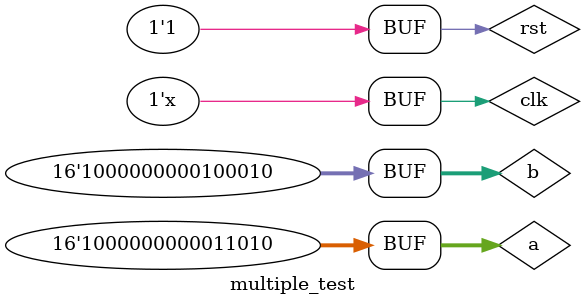
<source format=v>
`timescale 1ps/1ps
module multiple_test;
  reg[15:0] a;
  reg[15:0] b;
  wire[31:0] product;
  reg clk;
  reg rst;
  multiple mul1(.a(a),.b(b), .product(product), .clk(clk), .rst(rst)); // port with () is the port of the test module
  always #1 clk = ~clk;
  initial 
    begin
      #0 clk=1'b0;
      #5 rst=1'b0;
      #10 rst = 1'b1;
      #15 a = 16'h801a; b = 16'h8022;
    end
  endmodule


</source>
